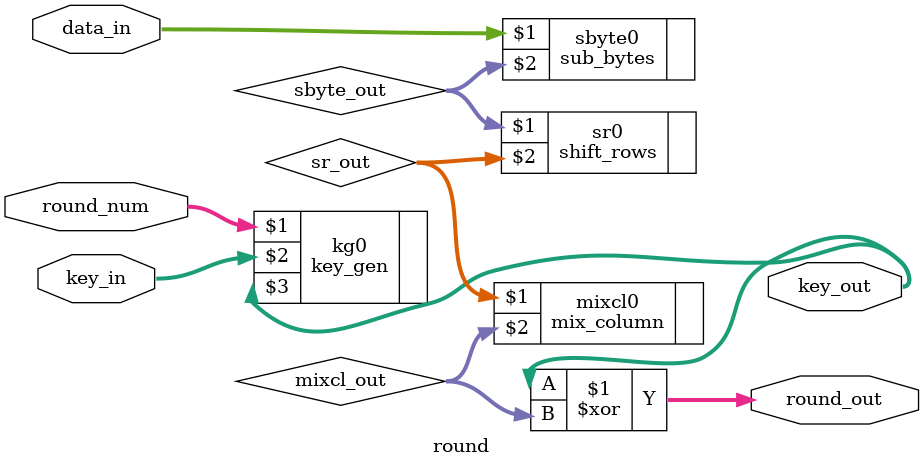
<source format=v>
module round(round_num,data_in,key_in,key_out,round_out);
    input[3:0] round_num;
    input[127:0] data_in;
    input[127:0] key_in;
    output[127:0] key_out,round_out;
    wire[127:0] sbyte_out,sr_out,mixcl_out;

    // Step - 1 : Add key
    key_gen kg0(round_num,key_in,key_out);
    // Step - 2 : Substitute byte
    sub_bytes sbyte0(data_in,sbyte_out);
    // Step - 3 : Shift Rows
    shift_rows sr0(sbyte_out,sr_out);
    // Step - 4 : Mix Column
    mix_column mixcl0(sr_out,mixcl_out);
    
    assign round_out = key_out ^ mixcl_out;
endmodule
</source>
